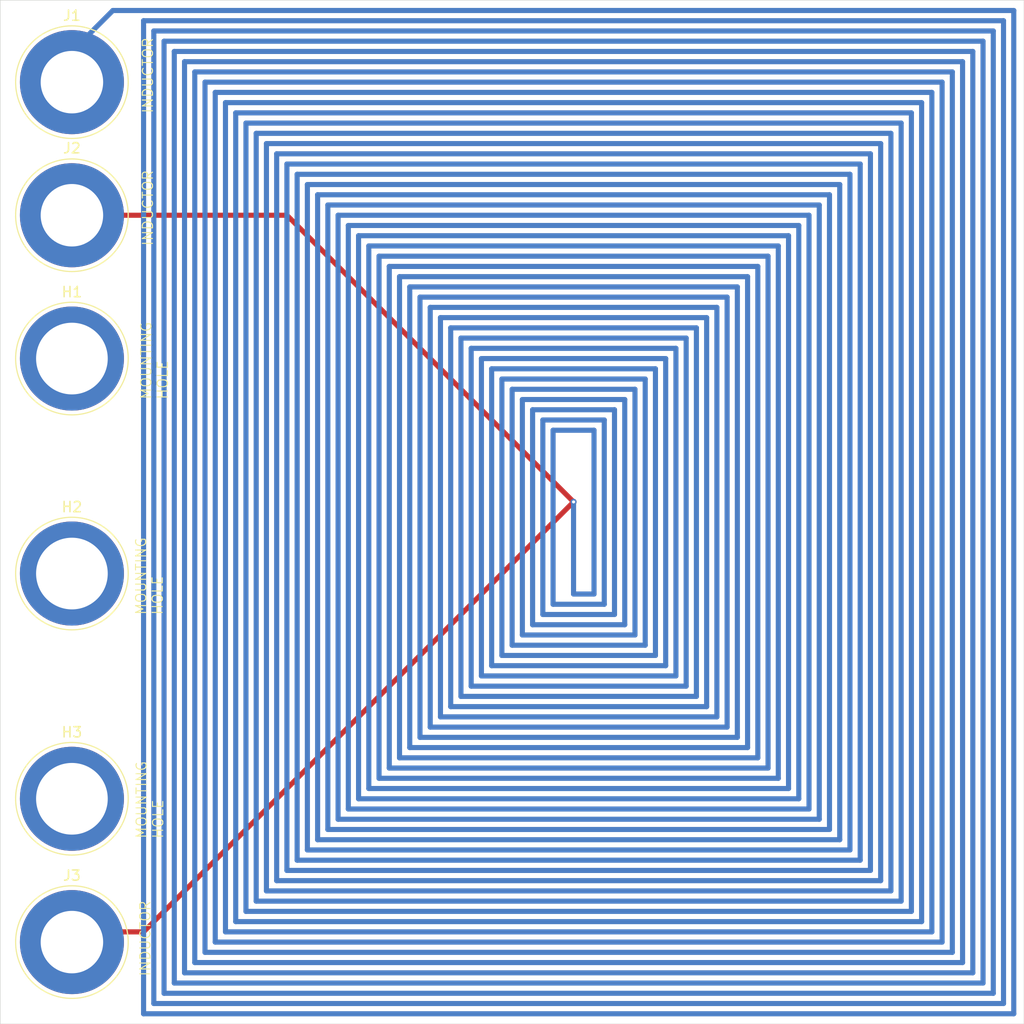
<source format=kicad_pcb>
(kicad_pcb (version 20221018) (generator pcbnew)
  (layers (0 "F.Cu" signal) (31 "B.Cu" signal) (34 "B.Paste" user) (35 "F.Paste" user) (36 "B.SilkS" user "B.Silkscreen") (37 "F.SilkS" user "F.Silkscreen") (38 "B.Mask" user) (39 "F.Mask" user) (44 "Edge.Cuts" user))
  (net 0 "")
  (net 1 "Net-(J1-Pin_1)")
  (footprint "Connector:Banana_Jack_1Pin" (layer "F.Cu") (at 57 128)
    (fp_text reference "H3" (at 0 -6.5) (layer "F.SilkS"))
    (fp_text value "MountingHole")
    (fp_circle (center 0 0) (end 5.5 0) (stroke (width 0.12)) (fill none) (layer "F.SilkS"))
    (pad "" np_thru_hole circle (at 0 0) (size 10.16 10.16) (drill 7) (layers "F&B.Cu" "*.Mask"))
  )
  (footprint "Connector:Banana_Jack_1Pin" (layer "F.Cu") (at 57 58)
    (fp_text reference "J1" (at 0 -6.5) (layer "F.SilkS"))
    (fp_text value "Conn_01x01_Pin")
    (fp_circle (center 0 0) (end 5.5 0) (stroke (width 0.12)) (fill none) (layer "F.SilkS"))
    (pad "1" thru_hole circle (at 0 0) (size 10.16 10.16) (drill 6.1) (layers "*.Cu" "*.Mask") (net 1 "Net-(J1-Pin_1)"))
  )
  (footprint "Connector:Banana_Jack_1Pin" (layer "F.Cu") (at 57 71)
    (fp_text reference "J2" (at 0 -6.55) (layer "F.SilkS"))
    (fp_text value "Conn_01x01_Pin")
    (fp_circle (center 0 0) (end 5.5 0) (stroke (width 0.12)) (fill none) (layer "F.SilkS"))
    (pad "1" thru_hole circle (at 0 0) (size 10.16 10.16) (drill 6.1) (layers "*.Cu" "*.Mask") (net 1 "Net-(J1-Pin_1)"))
  )
  (footprint "Connector:Banana_Jack_1Pin" (layer "F.Cu") (at 57 106)
    (fp_text reference "H2" (at 0 -6.5) (layer "F.SilkS"))
    (fp_text value "MountingHole")
    (fp_circle (center 0 0) (end 5.5 0) (stroke (width 0.12)) (fill none) (layer "F.SilkS"))
    (pad "" np_thru_hole circle (at 0 0) (size 10.16 10.16) (drill 7) (layers "F&B.Cu" "*.Mask"))
  )
  (footprint "Connector:Banana_Jack_1Pin" (layer "F.Cu") (at 57 142)
    (fp_text reference "J3" (at 0 -6.5) (layer "F.SilkS"))
    (fp_text value "Conn_01x01_Pin")
    (fp_circle (center 0 0) (end 5.5 0) (stroke (width 0.12)) (fill none) (layer "F.SilkS"))
    (pad "1" thru_hole circle (at 0 0) (size 10.16 10.16) (drill 6.1) (layers "*.Cu" "*.Mask") (net 1 "Net-(J1-Pin_1)"))
  )
  (footprint "Connector:Banana_Jack_1Pin" (layer "F.Cu") (at 57 85)
    (fp_text reference "H1" (at 0 -6.5) (layer "F.SilkS"))
    (fp_text value "MountingHole")
    (fp_circle (center 0 0) (end 5.5 0) (stroke (width 0.12)) (fill none) (layer "F.SilkS"))
    (pad "" np_thru_hole circle (at 0 0) (size 10.16 10.16) (drill 7) (layers "F&B.Cu" "*.Mask"))
  )
  (gr_line (start 150 50) (end 150 150) (stroke (width 0.05)) (layer "Edge.Cuts"))
  (gr_line (start 50 50) (end 150 50) (stroke (width 0.05)) (layer "Edge.Cuts"))
  (gr_line (start 150 150) (end 50 150) (stroke (width 0.05)) (layer "Edge.Cuts"))
  (gr_line (start 50 150) (end 50 50) (stroke (width 0.05)) (layer "Edge.Cuts"))
  (gr_text "MOUNTING\nHOLE" (at 66 131.95 90) (layer "F.SilkS") (effects (font (size 1 1) (thickness 0.1)) (justify left bottom)))
  (gr_text "INDUCTOR" (at 65 74.05 90) (layer "F.SilkS") (effects (font (size 1 1) (thickness 0.1)) (justify left bottom)))
  (gr_text "INDUCTOR" (at 64.75 145.4 90) (layer "F.SilkS") (effects (font (size 1 1) (thickness 0.1)) (justify left bottom)))
  (gr_text "MOUNTING\nHOLE" (at 65.95 110.1 90) (layer "F.SilkS") (effects (font (size 1 1) (thickness 0.1)) (justify left bottom)))
  (gr_text "MOUNTING\nHOLE" (at 66.45 89.05 90) (layer "F.SilkS") (effects (font (size 1 1) (thickness 0.1)) (justify left bottom)))
  (gr_text "INDUCTOR" (at 65 61.1 90) (layer "F.SilkS") (effects (font (size 1 1) (thickness 0.1)) (justify left bottom)))
  (segment (start 106 99) (end 64 141) (width 0.5) (layer "F.Cu") (net 1))
  (segment (start 106 99) (end 78 71) (width 0.5) (layer "F.Cu") (net 1))
  (segment (start 64 141) (end 58 141) (width 0.5) (layer "F.Cu") (net 1))
  (segment (start 58 141) (end 57 142) (width 0.5) (layer "F.Cu") (net 1))
  (segment (start 78 71) (end 57 71) (width 0.5) (layer "F.Cu") (net 1))
  (via (at 106 99) (size 0.6) (drill 0.3) (layers "F.Cu" "B.Cu") (net 1))
  (segment (start 121 79) (end 91 79) (width 0.5) (layer "B.Cu") (net 1))
  (segment (start 82 131) (end 131 131) (width 0.5) (layer "B.Cu") (net 1))
  (segment (start 124 124) (end 124 76) (width 0.5) (layer "B.Cu") (net 1))
  (segment (start 83 71) (end 83 130) (width 0.5) (layer "B.Cu") (net 1))
  (segment (start 89 77) (end 89 124) (width 0.5) (layer "B.Cu") (net 1))
  (segment (start 100 113) (end 113 113) (width 0.5) (layer "B.Cu") (net 1))
  (segment (start 120 120) (end 120 80) (width 0.5) (layer "B.Cu") (net 1))
  (segment (start 67 146) (end 146 146) (width 0.5) (layer "B.Cu") (net 1))
  (segment (start 66 54) (end 66 147) (width 0.5) (layer "B.Cu") (net 1))
  (segment (start 92 80) (end 92 121) (width 0.5) (layer "B.Cu") (net 1))
  (segment (start 98 86) (end 98 115) (width 0.5) (layer "B.Cu") (net 1))
  (segment (start 90 123) (end 123 123) (width 0.5) (layer "B.Cu") (net 1))
  (segment (start 146 54) (end 66 54) (width 0.5) (layer "B.Cu") (net 1))
  (segment (start 120 80) (end 92 80) (width 0.5) (layer "B.Cu") (net 1))
  (segment (start 76 137) (end 137 137) (width 0.5) (layer "B.Cu") (net 1))
  (segment (start 92 121) (end 121 121) (width 0.5) (layer "B.Cu") (net 1))
  (segment (start 121 121) (end 121 79) (width 0.5) (layer "B.Cu") (net 1))
  (segment (start 112 88) (end 100 88) (width 0.5) (layer "B.Cu") (net 1))
  (segment (start 135 65) (end 77 65) (width 0.5) (layer "B.Cu") (net 1))
  (segment (start 68 145) (end 145 145) (width 0.5) (layer "B.Cu") (net 1))
  (segment (start 86 127) (end 127 127) (width 0.5) (layer "B.Cu") (net 1))
  (segment (start 73 140) (end 140 140) (width 0.5) (layer "B.Cu") (net 1))
  (segment (start 114 86) (end 98 86) (width 0.5) (layer "B.Cu") (net 1))
  (segment (start 96 117) (end 117 117) (width 0.5) (layer "B.Cu") (net 1))
  (segment (start 57 55) (end 57 58) (width 0.5) (layer "B.Cu") (net 1))
  (segment (start 95 118) (end 118 118) (width 0.5) (layer "B.Cu") (net 1))
  (segment (start 80 68) (end 80 133) (width 0.5) (layer "B.Cu") (net 1))
  (segment (start 83 130) (end 130 130) (width 0.5) (layer "B.Cu") (net 1))
  (segment (start 148 52) (end 64 52) (width 0.5) (layer "B.Cu") (net 1))
  (segment (start 145 145) (end 145 55) (width 0.5) (layer "B.Cu") (net 1))
  (segment (start 129 129) (end 129 71) (width 0.5) (layer "B.Cu") (net 1))
  (segment (start 68 56) (end 68 145) (width 0.5) (layer "B.Cu") (net 1))
  (segment (start 127 127) (end 127 73) (width 0.5) (layer "B.Cu") (net 1))
  (segment (start 109 91) (end 103 91) (width 0.5) (layer "B.Cu") (net 1))
  (segment (start 84 72) (end 84 129) (width 0.5) (layer "B.Cu") (net 1))
  (segment (start 71 59) (end 71 142) (width 0.5) (layer "B.Cu") (net 1))
  (segment (start 85 73) (end 85 128) (width 0.5) (layer "B.Cu") (net 1))
  (segment (start 102 90) (end 102 111) (width 0.5) (layer "B.Cu") (net 1))
  (segment (start 72 60) (end 72 141) (width 0.5) (layer "B.Cu") (net 1))
  (segment (start 142 142) (end 142 58) (width 0.5) (layer "B.Cu") (net 1))
  (segment (start 131 131) (end 131 69) (width 0.5) (layer "B.Cu") (net 1))
  (segment (start 65 148) (end 148 148) (width 0.5) (layer "B.Cu") (net 1))
  (segment (start 71 142) (end 142 142) (width 0.5) (layer "B.Cu") (net 1))
  (segment (start 101 89) (end 101 112) (width 0.5) (layer "B.Cu") (net 1))
  (segment (start 99 114) (end 114 114) (width 0.5) (layer "B.Cu") (net 1))
  (segment (start 149 51) (end 61 51) (width 0.5) (layer "B.Cu") (net 1))
  (segment (start 128 128) (end 128 72) (width 0.5) (layer "B.Cu") (net 1))
  (segment (start 72 141) (end 141 141) (width 0.5) (layer "B.Cu") (net 1))
  (segment (start 66 147) (end 147 147) (width 0.5) (layer "B.Cu") (net 1))
  (segment (start 126 74) (end 86 74) (width 0.5) (layer "B.Cu") (net 1))
  (segment (start 102 111) (end 111 111) (width 0.5) (layer "B.Cu") (net 1))
  (segment (start 87 126) (end 126 126) (width 0.5) (layer "B.Cu") (net 1))
  (segment (start 119 119) (end 119 81) (width 0.5) (layer "B.Cu") (net 1))
  (segment (start 133 67) (end 79 67) (width 0.5) (layer "B.Cu") (net 1))
  (segment (start 94 119) (end 119 119) (width 0.5) (layer "B.Cu") (net 1))
  (segment (start 90 78) (end 90 123) (width 0.5) (layer "B.Cu") (net 1))
  (segment (start 147 147) (end 147 53) (width 0.5) (layer "B.Cu") (net 1))
  (segment (start 146 146) (end 146 54) (width 0.5) (layer "B.Cu") (net 1))
  (segment (start 111 111) (end 111 89) (width 0.5) (layer "B.Cu") (net 1))
  (segment (start 74 62) (end 74 139) (width 0.5) (layer "B.Cu") (net 1))
  (segment (start 148 148) (end 148 52) (width 0.5) (layer "B.Cu") (net 1))
  (segment (start 147 53) (end 65 53) (width 0.5) (layer "B.Cu") (net 1))
  (segment (start 132 68) (end 80 68) (width 0.5) (layer "B.Cu") (net 1))
  (segment (start 79 67) (end 79 134) (width 0.5) (layer "B.Cu") (net 1))
  (segment (start 74 139) (end 139 139) (width 0.5) (layer "B.Cu") (net 1))
  (segment (start 125 125) (end 125 75) (width 0.5) (layer "B.Cu") (net 1))
  (segment (start 104 92) (end 104 109) (width 0.5) (layer "B.Cu") (net 1))
  (segment (start 125 75) (end 87 75) (width 0.5) (layer "B.Cu") (net 1))
  (segment (start 136 136) (end 136 64) (width 0.5) (layer "B.Cu") (net 1))
  (segment (start 61 51) (end 57 55) (width 0.5) (layer "B.Cu") (net 1))
  (segment (start 145 55) (end 67 55) (width 0.5) (layer "B.Cu") (net 1))
  (segment (start 113 87) (end 99 87) (width 0.5) (layer "B.Cu") (net 1))
  (segment (start 89 124) (end 124 124) (width 0.5) (layer "B.Cu") (net 1))
  (segment (start 129 71) (end 83 71) (width 0.5) (layer "B.Cu") (net 1))
  (segment (start 114 114) (end 114 86) (width 0.5) (layer "B.Cu") (net 1))
  (segment (start 85 128) (end 128 128) (width 0.5) (layer "B.Cu") (net 1))
  (segment (start 144 144) (end 144 56) (width 0.5) (layer "B.Cu") (net 1))
  (segment (start 97 116) (end 116 116) (width 0.5) (layer "B.Cu") (net 1))
  (segment (start 64 149) (end 149 149) (width 0.5) (layer "B.Cu") (net 1))
  (segment (start 139 61) (end 73 61) (width 0.5) (layer "B.Cu") (net 1))
  (segment (start 86 74) (end 86 127) (width 0.5) (layer "B.Cu") (net 1))
  (segment (start 93 81) (end 93 120) (width 0.5) (layer "B.Cu") (net 1))
  (segment (start 138 138) (end 138 62) (width 0.5) (layer "B.Cu") (net 1))
  (segment (start 118 118) (end 118 82) (width 0.5) (layer "B.Cu") (net 1))
  (segment (start 140 140) (end 140 60) (width 0.5) (layer "B.Cu") (net 1))
  (segment (start 106 99) (end 106 108) (width 0.5) (layer "B.Cu") (net 1))
  (segment (start 78 66) (end 78 135) (width 0.5) (layer "B.Cu") (net 1))
  (segment (start 138 62) (end 74 62) (width 0.5) (layer "B.Cu") (net 1))
  (segment (start 118 82) (end 94 82) (width 0.5) (layer "B.Cu") (net 1))
  (segment (start 110 90) (end 102 90) (width 0.5) (layer "B.Cu") (net 1))
  (segment (start 132 132) (end 132 68) (width 0.5) (layer "B.Cu") (net 1))
  (segment (start 78 135) (end 135 135) (width 0.5) (layer "B.Cu") (net 1))
  (segment (start 136 64) (end 76 64) (width 0.5) (layer "B.Cu") (net 1))
  (segment (start 75 63) (end 75 138) (width 0.5) (layer "B.Cu") (net 1))
  (segment (start 123 77) (end 89 77) (width 0.5) (layer "B.Cu") (net 1))
  (segment (start 134 66) (end 78 66) (width 0.5) (layer "B.Cu") (net 1))
  (segment (start 77 65) (end 77 136) (width 0.5) (layer "B.Cu") (net 1))
  (segment (start 141 59) (end 71 59) (width 0.5) (layer "B.Cu") (net 1))
  (segment (start 96 84) (end 96 117) (width 0.5) (layer "B.Cu") (net 1))
  (segment (start 135 135) (end 135 65) (width 0.5) (layer "B.Cu") (net 1))
  (segment (start 69 57) (end 69 144) (width 0.5) (layer "B.Cu") (net 1))
  (segment (start 143 143) (end 143 57) (width 0.5) (layer "B.Cu") (net 1))
  (segment (start 139 139) (end 139 61) (width 0.5) (layer "B.Cu") (net 1))
  (segment (start 76 64) (end 76 137) (width 0.5) (layer "B.Cu") (net 1))
  (segment (start 97 85) (end 97 116) (width 0.5) (layer "B.Cu") (net 1))
  (segment (start 116 84) (end 96 84) (width 0.5) (layer "B.Cu") (net 1))
  (segment (start 122 122) (end 122 78) (width 0.5) (layer "B.Cu") (net 1))
  (segment (start 144 56) (end 68 56) (width 0.5) (layer "B.Cu") (net 1))
  (segment (start 141 141) (end 141 59) (width 0.5) (layer "B.Cu") (net 1))
  (segment (start 101 112) (end 112 112) (width 0.5) (layer "B.Cu") (net 1))
  (segment (start 133 133) (end 133 67) (width 0.5) (layer "B.Cu") (net 1))
  (segment (start 69 144) (end 144 144) (width 0.5) (layer "B.Cu") (net 1))
  (segment (start 73 61) (end 73 140) (width 0.5) (layer "B.Cu") (net 1))
  (segment (start 88 76) (end 88 125) (width 0.5) (layer "B.Cu") (net 1))
  (segment (start 80 133) (end 133 133) (width 0.5) (layer "B.Cu") (net 1))
  (segment (start 127 73) (end 85 73) (width 0.5) (layer "B.Cu") (net 1))
  (segment (start 113 113) (end 113 87) (width 0.5) (layer "B.Cu") (net 1))
  (segment (start 142 58) (end 70 58) (width 0.5) (layer "B.Cu") (net 1))
  (segment (start 81 132) (end 132 132) (width 0.5) (layer "B.Cu") (net 1))
  (segment (start 104 109) (end 109 109) (width 0.5) (layer "B.Cu") (net 1))
  (segment (start 100 88) (end 100 113) (width 0.5) (layer "B.Cu") (net 1))
  (segment (start 82 70) (end 82 131) (width 0.5) (layer "B.Cu") (net 1))
  (segment (start 103 110) (end 110 110) (width 0.5) (layer "B.Cu") (net 1))
  (segment (start 115 115) (end 115 85) (width 0.5) (layer "B.Cu") (net 1))
  (segment (start 94 82) (end 94 119) (width 0.5) (layer "B.Cu") (net 1))
  (segment (start 110 110) (end 110 90) (width 0.5) (layer "B.Cu") (net 1))
  (segment (start 91 79) (end 91 122) (width 0.5) (layer "B.Cu") (net 1))
  (segment (start 140 60) (end 72 60) (width 0.5) (layer "B.Cu") (net 1))
  (segment (start 67 55) (end 67 146) (width 0.5) (layer "B.Cu") (net 1))
  (segment (start 70 58) (end 70 143) (width 0.5) (layer "B.Cu") (net 1))
  (segment (start 64 52) (end 64 149) (width 0.5) (layer "B.Cu") (net 1))
  (segment (start 137 137) (end 137 63) (width 0.5) (layer "B.Cu") (net 1))
  (segment (start 126 126) (end 126 74) (width 0.5) (layer "B.Cu") (net 1))
  (segment (start 130 70) (end 82 70) (width 0.5) (layer "B.Cu") (net 1))
  (segment (start 111 89) (end 101 89) (width 0.5) (layer "B.Cu") (net 1))
  (segment (start 98 115) (end 115 115) (width 0.5) (layer "B.Cu") (net 1))
  (segment (start 143 57) (end 69 57) (width 0.5) (layer "B.Cu") (net 1))
  (segment (start 81 69) (end 81 132) (width 0.5) (layer "B.Cu") (net 1))
  (segment (start 112 112) (end 112 88) (width 0.5) (layer "B.Cu") (net 1))
  (segment (start 99 87) (end 99 114) (width 0.5) (layer "B.Cu") (net 1))
  (segment (start 70 143) (end 143 143) (width 0.5) (layer "B.Cu") (net 1))
  (segment (start 103 91) (end 103 110) (width 0.5) (layer "B.Cu") (net 1))
  (segment (start 131 69) (end 81 69) (width 0.5) (layer "B.Cu") (net 1))
  (segment (start 95 83) (end 95 118) (width 0.5) (layer "B.Cu") (net 1))
  (segment (start 79 134) (end 134 134) (width 0.5) (layer "B.Cu") (net 1))
  (segment (start 149 149) (end 149 51) (width 0.5) (layer "B.Cu") (net 1))
  (segment (start 84 129) (end 129 129) (width 0.5) (layer "B.Cu") (net 1))
  (segment (start 137 63) (end 75 63) (width 0.5) (layer "B.Cu") (net 1))
  (segment (start 115 85) (end 97 85) (width 0.5) (layer "B.Cu") (net 1))
  (segment (start 134 134) (end 134 66) (width 0.5) (layer "B.Cu") (net 1))
  (segment (start 117 83) (end 95 83) (width 0.5) (layer "B.Cu") (net 1))
  (segment (start 75 138) (end 138 138) (width 0.5) (layer "B.Cu") (net 1))
  (segment (start 91 122) (end 122 122) (width 0.5) (layer "B.Cu") (net 1))
  (segment (start 124 76) (end 88 76) (width 0.5) (layer "B.Cu") (net 1))
  (segment (start 130 130) (end 130 70) (width 0.5) (layer "B.Cu") (net 1))
  (segment (start 108 92) (end 104 92) (width 0.5) (layer "B.Cu") (net 1))
  (segment (start 119 81) (end 93 81) (width 0.5) (layer "B.Cu") (net 1))
  (segment (start 128 72) (end 84 72) (width 0.5) (layer "B.Cu") (net 1))
  (segment (start 122 78) (end 90 78) (width 0.5) (layer "B.Cu") (net 1))
  (segment (start 117 117) (end 117 83) (width 0.5) (layer "B.Cu") (net 1))
  (segment (start 87 75) (end 87 126) (width 0.5) (layer "B.Cu") (net 1))
  (segment (start 123 123) (end 123 77) (width 0.5) (layer "B.Cu") (net 1))
  (segment (start 109 109) (end 109 91) (width 0.5) (layer "B.Cu") (net 1))
  (segment (start 65 53) (end 65 148) (width 0.5) (layer "B.Cu") (net 1))
  (segment (start 116 116) (end 116 84) (width 0.5) (layer "B.Cu") (net 1))
  (segment (start 108 108) (end 108 92) (width 0.5) (layer "B.Cu") (net 1))
  (segment (start 93 120) (end 120 120) (width 0.5) (layer "B.Cu") (net 1))
  (segment (start 77 136) (end 136 136) (width 0.5) (layer "B.Cu") (net 1))
  (segment (start 88 125) (end 125 125) (width 0.5) (layer "B.Cu") (net 1))
  (segment (start 106 108) (end 108 108) (width 0.5) (layer "B.Cu") (net 1))
)
</source>
